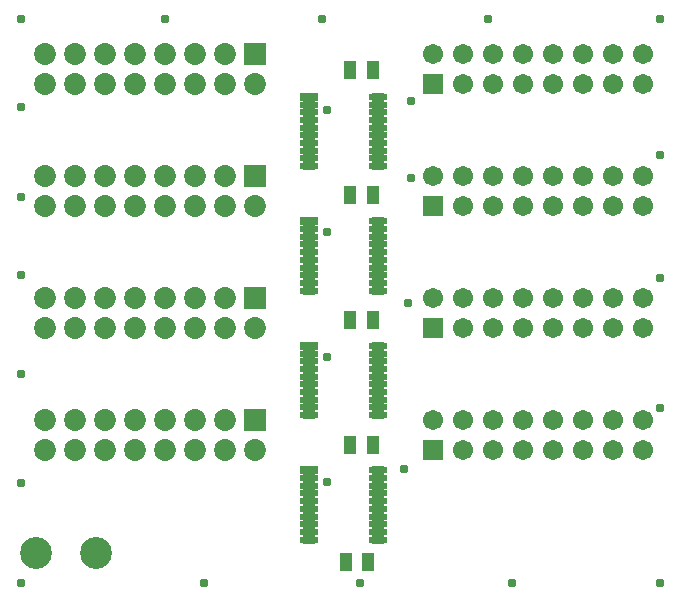
<source format=gts>
G04*
G04 #@! TF.GenerationSoftware,Altium Limited,Altium Designer,21.6.1 (37)*
G04*
G04 Layer_Color=8388736*
%FSLAX25Y25*%
%MOIN*%
G70*
G04*
G04 #@! TF.SameCoordinates,01938319-B850-4C9D-A5BA-AB94FDF17EC4*
G04*
G04*
G04 #@! TF.FilePolarity,Negative*
G04*
G01*
G75*
%ADD19R,0.06312X0.02572*%
%ADD20O,0.06312X0.02572*%
%ADD21R,0.04343X0.05918*%
%ADD22C,0.06706*%
%ADD23R,0.06706X0.06706*%
%ADD24C,0.10642*%
%ADD25C,0.07300*%
%ADD26R,0.07300X0.07300*%
%ADD27C,0.03100*%
D19*
X100886Y124516D02*
D03*
Y166016D02*
D03*
Y83016D02*
D03*
Y41516D02*
D03*
D20*
Y121957D02*
D03*
Y119398D02*
D03*
Y116839D02*
D03*
Y114279D02*
D03*
Y111721D02*
D03*
Y109161D02*
D03*
Y106602D02*
D03*
Y104043D02*
D03*
Y101484D02*
D03*
X124114Y124516D02*
D03*
Y121957D02*
D03*
Y119398D02*
D03*
Y116839D02*
D03*
Y114279D02*
D03*
Y111721D02*
D03*
Y109161D02*
D03*
Y106602D02*
D03*
Y104043D02*
D03*
Y101484D02*
D03*
X100886Y163457D02*
D03*
Y160898D02*
D03*
Y158339D02*
D03*
Y155780D02*
D03*
Y153220D02*
D03*
Y150661D02*
D03*
Y148102D02*
D03*
Y145543D02*
D03*
Y142984D02*
D03*
X124114Y166016D02*
D03*
Y163457D02*
D03*
Y160898D02*
D03*
Y158339D02*
D03*
Y155780D02*
D03*
Y153220D02*
D03*
Y150661D02*
D03*
Y148102D02*
D03*
Y145543D02*
D03*
Y142984D02*
D03*
X100886Y80457D02*
D03*
Y77898D02*
D03*
Y75339D02*
D03*
Y72780D02*
D03*
Y70221D02*
D03*
Y67661D02*
D03*
Y65102D02*
D03*
Y62543D02*
D03*
Y59984D02*
D03*
X124114Y83016D02*
D03*
Y80457D02*
D03*
Y77898D02*
D03*
Y75339D02*
D03*
Y72780D02*
D03*
Y70221D02*
D03*
Y67661D02*
D03*
Y65102D02*
D03*
Y62543D02*
D03*
Y59984D02*
D03*
X100886Y38957D02*
D03*
Y36398D02*
D03*
Y33839D02*
D03*
Y31280D02*
D03*
Y28721D02*
D03*
Y26161D02*
D03*
Y23602D02*
D03*
Y21043D02*
D03*
Y18484D02*
D03*
X124114Y41516D02*
D03*
Y38957D02*
D03*
Y36398D02*
D03*
Y33839D02*
D03*
Y31280D02*
D03*
Y28721D02*
D03*
Y26161D02*
D03*
Y23602D02*
D03*
Y21043D02*
D03*
Y18484D02*
D03*
D21*
X122240Y133333D02*
D03*
X114760D02*
D03*
X122240Y175000D02*
D03*
X114760D02*
D03*
X122240Y91667D02*
D03*
X114760D02*
D03*
X122240Y50000D02*
D03*
X114760D02*
D03*
X120740Y11000D02*
D03*
X113260D02*
D03*
D22*
X142500Y180500D02*
D03*
X152500D02*
D03*
X162500D02*
D03*
X172500D02*
D03*
X182500D02*
D03*
X192500D02*
D03*
X202500D02*
D03*
X212500D02*
D03*
X152500Y170500D02*
D03*
X162500D02*
D03*
X172500D02*
D03*
X182500D02*
D03*
X192500D02*
D03*
X202500D02*
D03*
X212500D02*
D03*
Y89167D02*
D03*
X202500D02*
D03*
X192500D02*
D03*
X182500D02*
D03*
X172500D02*
D03*
X162500D02*
D03*
X152500D02*
D03*
X212500Y99167D02*
D03*
X202500D02*
D03*
X192500D02*
D03*
X182500D02*
D03*
X172500D02*
D03*
X162500D02*
D03*
X152500D02*
D03*
X142500D02*
D03*
X212500Y48500D02*
D03*
X202500D02*
D03*
X192500D02*
D03*
X182500D02*
D03*
X172500D02*
D03*
X162500D02*
D03*
X152500D02*
D03*
X212500Y58500D02*
D03*
X202500D02*
D03*
X192500D02*
D03*
X182500D02*
D03*
X172500D02*
D03*
X162500D02*
D03*
X152500D02*
D03*
X142500D02*
D03*
Y139833D02*
D03*
X152500D02*
D03*
X162500D02*
D03*
X172500D02*
D03*
X182500D02*
D03*
X192500D02*
D03*
X202500D02*
D03*
X212500D02*
D03*
X152500Y129833D02*
D03*
X162500D02*
D03*
X172500D02*
D03*
X182500D02*
D03*
X192500D02*
D03*
X202500D02*
D03*
X212500D02*
D03*
D23*
X142500Y170500D02*
D03*
Y89167D02*
D03*
Y48500D02*
D03*
Y129833D02*
D03*
D24*
X30200Y14043D02*
D03*
X10200D02*
D03*
D25*
X12900Y180500D02*
D03*
X32900D02*
D03*
X52900D02*
D03*
X62900D02*
D03*
X72900D02*
D03*
X42900D02*
D03*
X22900D02*
D03*
X82900Y170500D02*
D03*
X72900D02*
D03*
X62900D02*
D03*
X52900D02*
D03*
X42900D02*
D03*
X32900D02*
D03*
X22900D02*
D03*
X12900D02*
D03*
X12900Y139833D02*
D03*
X32900D02*
D03*
X52900D02*
D03*
X62900D02*
D03*
X72900D02*
D03*
X42900D02*
D03*
X22900D02*
D03*
X82900Y129833D02*
D03*
X72900D02*
D03*
X62900D02*
D03*
X52900D02*
D03*
X42900D02*
D03*
X32900D02*
D03*
X22900D02*
D03*
X12900D02*
D03*
X12900Y99167D02*
D03*
X32900D02*
D03*
X52900D02*
D03*
X62900D02*
D03*
X72900D02*
D03*
X42900D02*
D03*
X22900D02*
D03*
X82900Y89167D02*
D03*
X72900D02*
D03*
X62900D02*
D03*
X52900D02*
D03*
X42900D02*
D03*
X32900D02*
D03*
X22900D02*
D03*
X12900D02*
D03*
Y58500D02*
D03*
X32900D02*
D03*
X52900D02*
D03*
X62900D02*
D03*
X72900D02*
D03*
X42900D02*
D03*
X22900D02*
D03*
X82900Y48500D02*
D03*
X72900D02*
D03*
X62900D02*
D03*
X52900D02*
D03*
X42900D02*
D03*
X32900D02*
D03*
X22900D02*
D03*
X12900D02*
D03*
D26*
X82900Y180500D02*
D03*
X82900Y139833D02*
D03*
X82900Y99167D02*
D03*
Y58500D02*
D03*
D27*
X135181Y164761D02*
D03*
Y138895D02*
D03*
X107000Y161790D02*
D03*
X134100Y97495D02*
D03*
X107000Y121000D02*
D03*
Y79414D02*
D03*
X132705Y41914D02*
D03*
X107000Y37677D02*
D03*
X5000Y4000D02*
D03*
X65962D02*
D03*
X117931D02*
D03*
X168703D02*
D03*
X218000D02*
D03*
Y62296D02*
D03*
Y105710D02*
D03*
Y146747D02*
D03*
X218000Y192000D02*
D03*
X160661D02*
D03*
X105355D02*
D03*
X52900D02*
D03*
X5000Y37290D02*
D03*
Y73638D02*
D03*
Y106602D02*
D03*
Y132722D02*
D03*
Y162600D02*
D03*
Y192000D02*
D03*
M02*

</source>
